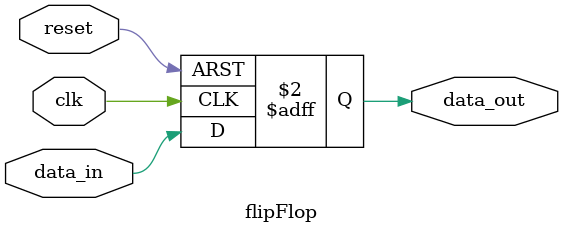
<source format=sv>
module flipFlop(
	input logic clk, data_in, reset,
  	output logic data_out,
);
  // assynchronous reset
  always_ff @(posedge clk or posedge reset) begin
    if (reset)
      data_out <= 0;
    else
    	data_out <= data_in;
  end
  
  
endmodule

</source>
